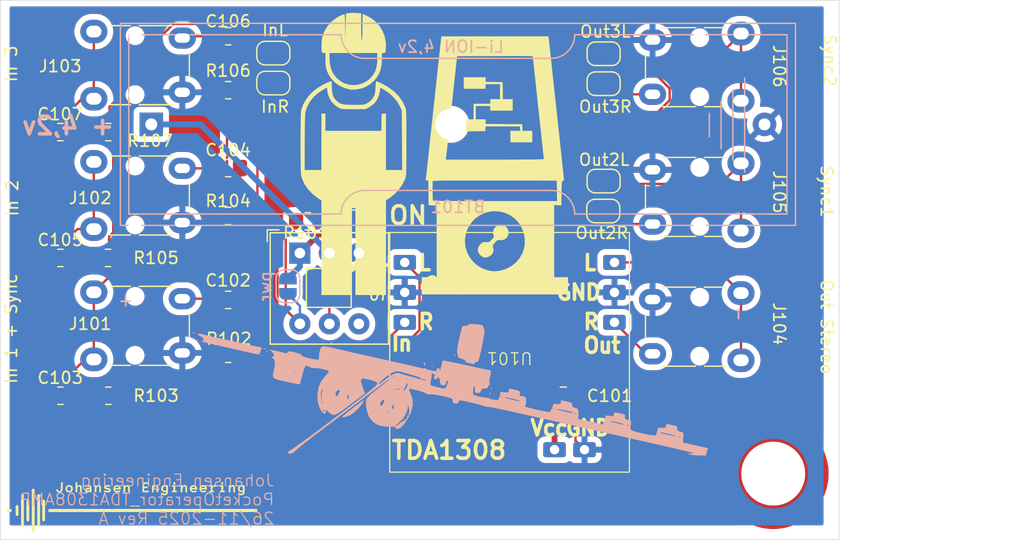
<source format=kicad_pcb>
(kicad_pcb (version 20241229) (generator "pcbnew") (generator_version "9.0")
  (layers (0 "F.Cu" signal) (2 "B.Cu" signal) (13 "F.Paste" user) (15 "B.Paste" user) (5 "F.SilkS" user "F.Silkscreen") (7 "B.SilkS" user "B.Silkscreen") (1 "F.Mask" user) (3 "B.Mask" user) (25 "Edge.Cuts" user))
  (net 0 "")
  (net 1 "+BATT")
  (net 2 "GND")
  (net 3 "In1R")
  (net 4 "Net-(C102-Pad2)")
  (net 5 "In1L")
  (net 6 "Net-(C103-Pad2)")
  (net 7 "Net-(C104-Pad2)")
  (net 8 "In2R")
  (net 9 "Net-(C105-Pad2)")
  (net 10 "In2L")
  (net 11 "In3R")
  (net 12 "Net-(C106-Pad2)")
  (net 13 "Net-(C107-Pad2)")
  (net 14 "In3L")
  (net 15 "Net-(D101-A)")
  (net 16 "Out2R")
  (net 17 "Net-(JP101-B)")
  (net 18 "Out2L")
  (net 19 "Net-(JP102-B)")
  (net 20 "Out3R")
  (net 21 "Out3L")
  (net 22 "+3V8")
  (net 23 "InR")
  (net 24 "InL")
  (net 25 "Out1L")
  (net 26 "Out1R")
  (net 27 "Net-(JP107-A)")
  (footprint "Connector_Audio:Jack_3.5mm_Lumberg_1503_07_Horizontal" (layer "F.Cu") (at 84.13 49.88 90)
    (property "Reference" "J102" (at 2.636 -0.31 0) (layer "F.SilkS"))
    (property "Value" "In 2" (at 2.636 -6.914 90) (layer "F.SilkS"))
    (pad "" np_thru_hole circle (at 0.35 3.5 90) (size 1.1 1.1) (drill 1.1) (layers "*.Cu" "*.Mask"))
    (pad "" np_thru_hole circle (at 5.35 3.5 90) (size 1.1 1.1) (drill 1.1) (layers "*.Cu" "*.Mask"))
    (pad "R" thru_hole oval (at 5.15 7.5 90) (size 1.8 2.3) (drill oval 0.8 1.3) (layers "*.Cu" "*.Mask") (net 8 "In2R"))
    (pad "S" thru_hole oval (at 0.55 7.5 90) (size 1.8 2.3) (drill oval 0.8 1.3) (layers "*.Cu" "*.Mask") (net 2 "GND"))
    (pad "T" thru_hole oval (at 0 0 90) (size 2 2.3) (drill oval 1 1.3) (layers "*.Cu" "*.Mask") (net 10 "In2L"))
    (pad "T" thru_hole oval (at 5.7 0 90) (size 2 2.3) (drill oval 1 1.3) (layers "*.Cu" "*.Mask") (net 10 "In2L"))
  )
  (footprint "Connector_Audio:Jack_3.5mm_Lumberg_1503_07_Horizontal" (layer "F.Cu") (at 139 44.3 -90)
    (property "Reference" "J105" (at 2.436 -3.24 270) (layer "F.SilkS"))
    (property "Value" "Sync1" (at 2.3876 -7.2644 270) (layer "F.SilkS"))
    (pad "" np_thru_hole circle (at 0.35 3.5 270) (size 1.1 1.1) (drill 1.1) (layers "*.Cu" "*.Mask"))
    (pad "" np_thru_hole circle (at 5.35 3.5 270) (size 1.1 1.1) (drill 1.1) (layers "*.Cu" "*.Mask"))
    (pad "R" thru_hole oval (at 5.15 7.5 270) (size 1.8 2.3) (drill oval 0.8 1.3) (layers "*.Cu" "*.Mask") (net 16 "Out2R"))
    (pad "S" thru_hole oval (at 0.55 7.5 270) (size 1.8 2.3) (drill oval 0.8 1.3) (layers "*.Cu" "*.Mask") (net 2 "GND"))
    (pad "T" thru_hole oval (at 0 0 270) (size 2 2.3) (drill oval 1 1.3) (layers "*.Cu" "*.Mask") (net 18 "Out2L"))
    (pad "T" thru_hole oval (at 5.7 0 270) (size 2 2.3) (drill oval 1 1.3) (layers "*.Cu" "*.Mask") (net 18 "Out2L"))
  )
  (footprint "Jumper:SolderJumper-2_P1.3mm_Bridged_RoundedPad1.0x1.5mm" (layer "F.Cu") (at 127.35 45.807432 180)
    (property "Reference" "JP102")
    (property "Value" "Out2L" (at -0.05 1.807432 0) (layer "F.SilkS"))
    (fp_poly (pts (xy 0.25 -0.3) (xy -0.25 -0.3) (xy -0.25 0.3) (xy 0.25 0.3)) (fill yes) (layer "F.Cu"))
    (pad "1" smd custom (at -0.65 0 180) (size 1 0.5) (layers "F.Cu" "F.Mask") (net 18 "Out2L") (options (clearance outline) (anchor rect)) (primitives (gr_circle (center 0 0.25) (end 0.5 0.25) (width 0) (fill yes)) (gr_circle (center 0 -0.25) (end 0.5 -0.25) (width 0) (fill yes)) (gr_poly (pts (xy 0.5 0.75) (xy 0 0.75) (xy 0 -0.75) (xy 0.5 -0.75)) (width 0) (fill yes))))
    (pad "2" smd custom (at 0.65 0 180) (size 1 0.5) (layers "F.Cu" "F.Mask") (net 19 "Net-(JP102-B)") (options (clearance outline) (anchor rect)) (primitives (gr_circle (center 0 0.25) (end 0.5 0.25) (width 0) (fill yes)) (gr_circle (center 0 -0.25) (end 0.5 -0.25) (width 0) (fill yes)) (gr_poly (pts (xy 0 0.75) (xy -0.5 0.75) (xy -0.5 -0.75) (xy 0 -0.75)) (width 0) (fill yes))))
  )
  (footprint "Connector_Audio:Jack_3.5mm_Lumberg_1503_07_Horizontal" (layer "F.Cu") (at 84.13 60.93 90)
    (property "Reference" "J101" (at 3.018 -0.31 0) (layer "F.SilkS"))
    (property "Value" "In 1 + Sync" (at 2.6116 -7.0156 90) (layer "F.SilkS"))
    (pad "" np_thru_hole circle (at 0.35 3.5 90) (size 1.1 1.1) (drill 1.1) (layers "*.Cu" "*.Mask"))
    (pad "" np_thru_hole circle (at 5.35 3.5 90) (size 1.1 1.1) (drill 1.1) (layers "*.Cu" "*.Mask"))
    (pad "R" thru_hole oval (at 5.15 7.5 90) (size 1.8 2.3) (drill oval 0.8 1.3) (layers "*.Cu" "*.Mask") (net 3 "In1R"))
    (pad "S" thru_hole oval (at 0.55 7.5 90) (size 1.8 2.3) (drill oval 0.8 1.3) (layers "*.Cu" "*.Mask") (net 2 "GND"))
    (pad "T" thru_hole oval (at 0 0 90) (size 2 2.3) (drill oval 1 1.3) (layers "*.Cu" "*.Mask") (net 5 "In1L"))
    (pad "T" thru_hole oval (at 5.7 0 90) (size 2 2.3) (drill oval 1 1.3) (layers "*.Cu" "*.Mask") (net 5 "In1L"))
  )
  (footprint "Resistor_SMD:R_0805_2012Metric_Pad1.20x1.40mm_HandSolder" (layer "F.Cu") (at 85.328 52.324)
    (property "Reference" "R105" (at 4.08 0 0) (layer "F.SilkS"))
    (property "Value" "10k")
    (pad "1" smd roundrect (at -1 0) (size 1.2 1.4) (layers "F.Cu" "F.Mask" "F.Paste") (roundrect_rratio 0.208333) (net 9 "Net-(C105-Pad2)"))
    (pad "2" smd roundrect (at 1 0) (size 1.2 1.4) (layers "F.Cu" "F.Mask" "F.Paste") (roundrect_rratio 0.208333) (net 24 "InL"))
  )
  (footprint "Jumper:SolderJumper-2_P1.3mm_Open_RoundedPad1.0x1.5mm" (layer "F.Cu") (at 99.35 37.5 180)
    (property "Reference" "JP106")
    (property "Value" "InR" (at -0.15 -2 0) (layer "F.SilkS"))
    (pad "1" smd custom (at -0.65 0 180) (size 1 0.5) (layers "F.Cu" "F.Mask") (net 17 "Net-(JP101-B)") (options (clearance outline) (anchor rect)) (primitives (gr_circle (center 0 0.25) (end 0.5 0.25) (width 0) (fill yes)) (gr_circle (center 0 -0.25) (end 0.5 -0.25) (width 0) (fill yes)) (gr_poly (pts (xy 0.5 0.75) (xy 0 0.75) (xy 0 -0.75) (xy 0.5 -0.75)) (width 0) (fill yes))))
    (pad "2" smd custom (at 0.65 0 180) (size 1 0.5) (layers "F.Cu" "F.Mask") (net 3 "In1R") (options (clearance outline) (anchor rect)) (primitives (gr_circle (center 0 0.25) (end 0.5 0.25) (width 0) (fill yes)) (gr_circle (center 0 -0.25) (end 0.5 -0.25) (width 0) (fill yes)) (gr_poly (pts (xy 0 0.75) (xy -0.5 0.75) (xy -0.5 -0.75) (xy 0 -0.75)) (width 0) (fill yes))))
  )
  (footprint "Connector_Audio:Jack_3.5mm_Lumberg_1503_07_Horizontal" (layer "F.Cu") (at 139 33.3 -90)
    (property "Reference" "J106" (at 2.768 -3.24 270) (layer "F.SilkS"))
    (property "Value" "Sync2" (at 2.2596 -7.5184 270) (layer "F.SilkS"))
    (pad "" np_thru_hole circle (at 0.35 3.5 270) (size 1.1 1.1) (drill 1.1) (layers "*.Cu" "*.Mask"))
    (pad "" np_thru_hole circle (at 5.35 3.5 270) (size 1.1 1.1) (drill 1.1) (layers "*.Cu" "*.Mask"))
    (pad "R" thru_hole oval (at 5.15 7.5 270) (size 1.8 2.3) (drill oval 0.8 1.3) (layers "*.Cu" "*.Mask") (net 20 "Out3R"))
    (pad "S" thru_hole oval (at 0.55 7.5 270) (size 1.8 2.3) (drill oval 0.8 1.3) (layers "*.Cu" "*.Mask") (net 2 "GND"))
    (pad "T" thru_hole oval (at 0 0 270) (size 2 2.3) (drill oval 1 1.3) (layers "*.Cu" "*.Mask") (net 21 "Out3L"))
    (pad "T" thru_hole oval (at 5.7 0 270) (size 2 2.3) (drill oval 1 1.3) (layers "*.Cu" "*.Mask") (net 21 "Out3L"))
  )
  (footprint "Resistor_SMD:R_0805_2012Metric_Pad1.20x1.40mm_HandSolder" (layer "F.Cu") (at 81.296 64.008)
    (property "Reference" "C103" (at -0.016 -1.524 0) (layer "F.SilkS"))
    (property "Value" "10u")
    (pad "1" smd roundrect (at -1 0) (size 1.2 1.4) (layers "F.Cu" "F.Mask" "F.Paste") (roundrect_rratio 0.208333) (net 5 "In1L"))
    (pad "2" smd roundrect (at 1 0) (size 1.2 1.4) (layers "F.Cu" "F.Mask" "F.Paste") (roundrect_rratio 0.208333) (net 6 "Net-(C103-Pad2)"))
  )
  (footprint "AJ_2025_Library:TDA1308_PCB" (layer "F.Cu") (at 119.38 60.325 180)
    (property "Reference" "U101" (at 0 -0.5 180) (layer "F.SilkS") (effects (font (thickness 0.1))))
    (property "Value" "~")
    (fp_text user "L" (at 7.88 6.825 0) (layer "F.SilkS") (effects (font (size 1.3 1.2) (thickness 0.3) (bold yes)) (justify left bottom)))
    (fp_text user "GND" (at -4.62 -7.175 0) (layer "F.SilkS") (effects (font (size 1.3 1.2) (thickness 0.3) (bold yes)) (justify left bottom)))
    (fp_text user "GND" (at 7.454615 4.906539 0) (layer "F.SilkS") (effects (font (size 1.3 1.2) (thickness 0.3) (bold yes)) (justify left bottom)))
    (fp_text user "L" (at -6.12 6.825 0) (layer "F.SilkS") (effects (font (size 1.3 1.2) (thickness 0.3) (bold yes)) (justify left bottom)))
    (fp_text user "In" (at 10.16 0 0) (layer "F.SilkS") (effects (font (size 1.3 1.2) (thickness 0.3) (bold yes)) (justify left bottom)))
    (fp_text user "TDA1308" (at 10.16 -9.175 0) (layer "F.SilkS") (effects (font (size 1.5 1.5) (thickness 0.3) (bold yes)) (justify left bottom)))
    (fp_text user "R" (at 7.88 1.825 0) (layer "F.SilkS") (effects (font (size 1.3 1.2) (thickness 0.3) (bold yes)) (justify left bottom)))
    (fp_text user "GND" (at -3.82 4.325 0) (layer "F.SilkS") (effects (font (size 1.3 1.2) (thickness 0.3) (bold yes)) (justify left bottom)))
    (fp_text user "R" (at -6.12 1.825 0) (layer "F.SilkS") (effects (font (size 1.3 1.2) (thickness 0.3) (bold yes)) (justify left bottom)))
    (fp_text user "Out" (at -6.12 -0.175 0) (layer "F.SilkS") (effects (font (size 1.3 1.2) (thickness 0.3) (bold yes)) (justify left bottom)))
    (fp_text user "Vcc" (at -1.62 -7.175 0) (layer "F.SilkS") (effects (font (size 1.3 1.2) (thickness 0.3) (bold yes)) (justify left bottom)))
    (pad "1" thru_hole roundrect (at -8.89 7.62 180) (size 1.905 1.27) (drill 0.8) (layers "*.Cu" "*.Mask") (roundrect_rratio 0.15) (net 25 "Out1L"))
    (pad "2" thru_hole roundrect (at -8.89 5.08 180) (size 1.905 1.27) (drill 0.8) (layers "*.Cu" "*.Mask") (roundrect_rratio 0.15) (net 2 "GND"))
    (pad "3" thru_hole roundrect (at -8.89 2.54 180) (size 1.905 1.27) (drill 0.8) (layers "*.Cu" "*.Mask") (roundrect_rratio 0.15) (net 26 "Out1R"))
    (pad "4" thru_hole roundrect (at 8.89 7.62 180) (size 1.905 1.27) (drill 0.8) (layers "*.Cu" "*.Mask") (roundrect_rratio 0.15) (net 24 "InL"))
    (pad "5" thru_hole roundrect (at 8.89 5.08 180) (size 1.905 1.27) (drill 0.8) (layers "*.Cu" "*.Mask") (roundrect_rratio 0.15) (net 2 "GND"))
    (pad "6" thru_hole roundrect (at 8.89 2.54 180) (size 1.905 1.27) (drill 0.8) (layers "*.Cu" "*.Mask") (roundrect_rratio 0.15) (net 23 "InR"))
    (pad "7" thru_hole roundrect (at -6.35 -8.255 180) (size 1.905 1.27) (drill 0.8) (layers "*.Cu" "*.Mask") (roundrect_rratio 0.15) (net 2 "GND"))
    (pad "8" thru_hole roundrect (at -3.81 -8.255 180) (size 1.905 1.27) (drill 0.8) (layers "*.Cu" "*.Mask") (roundrect_rratio 0.15) (net 22 "+3V8"))
  )
  (footprint "Button_Switch_THT:SW_Push_2P2T_Toggle_CK_PVA2OAH5xxxxxxV2" (layer "F.Cu") (at 101.6 51.912)
    (property "Reference" "SW102" (at 6.6 1.688 90) (layer "F.SilkS"))
    (property "Value" "SW_Push_DPDT")
    (pad "1" thru_hole rect (at 0 0) (size 1.8 1.8) (drill 0.9) (layers "*.Cu" "*.Mask") (net 22 "+3V8"))
    (pad "2" thru_hole circle (at 2.5 0) (size 1.8 1.8) (drill 0.9) (layers "*.Cu" "*.Mask") (net 1 "+BATT"))
    (pad "3" thru_hole circle (at 5 0) (size 1.8 1.8) (drill 0.9) (layers "*.Cu" "*.Mask"))
    (pad "4" thru_hole circle (at 0 6) (size 1.8 1.8) (drill 0.9) (layers "*.Cu" "*.Mask") (net 27 "Net-(JP107-A)"))
    (pad "5" thru_hole circle (at 2.5 6) (size 1.8 1.8) (drill 0.9) (layers "*.Cu" "*.Mask") (net 1 "+BATT"))
    (pad "6" thru_hole circle (at 5 6) (size 1.8 1.8) (drill 0.9) (layers "*.Cu" "*.Mask"))
  )
  (footprint "Mounting_Wuerth:Mounting_Wuerth_WA-SMST-4.5mm_H2mm_9774020982" (layer "F.Cu") (at 141.732 70.612)
    (property "Reference" "REF**" (at 0 0 0) (layer "F.SilkS"))
    (property "Value" "Mounting_Wuerth_WA-SMST-4.5mm_H2mm_9774020982")
    (pad "" np_thru_hole circle (at 0 0) (size 5.4 5.4) (drill 5.4) (layers "*.Cu" "*.Mask"))
    (pad "1" smd circle (at -3.7 0) (size 1.492 1.492) (layers "F.Cu"))
    (pad "1" smd circle (at 0 -3.7) (size 1.492 1.492) (layers "F.Cu"))
    (pad "1" smd circle (at 0 3.7) (size 1.492 1.492) (layers "F.Cu"))
    (pad "1" smd custom (at 3.7 0) (size 2 2) (layers "F.Cu" "F.Mask") (options (clearance outline) (anchor circle)) (primitives (gr_circle (center -3.7 0) (end 0 0) (width 2) (fill no))))
  )
  (footprint "Resistor_SMD:R_0805_2012Metric_Pad1.20x1.40mm_HandSolder" (layer "F.Cu") (at 95.52 33.528)
    (property "Reference" "C106" (at 0 -1.27 0) (layer "F.SilkS"))
    (property "Value" "10u")
    (pad "1" smd roundrect (at -1 0) (size 1.2 1.4) (layers "F.Cu" "F.Mask" "F.Paste") (roundrect_rratio 0.208333) (net 11 "In3R"))
    (pad "2" smd roundrect (at 1 0) (size 1.2 1.4) (layers "F.Cu" "F.Mask" "F.Paste") (roundrect_rratio 0.208333) (net 12 "Net-(C106-Pad2)"))
  )
  (footprint "Resistor_SMD:R_0805_2012Metric_Pad1.20x1.40mm_HandSolder" (layer "F.Cu") (at 95.52 55.88)
    (property "Reference" "C102" (at 0 -1.65 0) (layer "F.SilkS"))
    (property "Value" "10u")
    (pad "1" smd roundrect (at -1 0) (size 1.2 1.4) (layers "F.Cu" "F.Mask" "F.Paste") (roundrect_rratio 0.208333) (net 3 "In1R"))
    (pad "2" smd roundrect (at 1 0) (size 1.2 1.4) (layers "F.Cu" "F.Mask" "F.Paste") (roundrect_rratio 0.208333) (net 4 "Net-(C102-Pad2)"))
  )
  (footprint "Resistor_SMD:R_0805_2012Metric_Pad1.20x1.40mm_HandSolder" (layer "F.Cu") (at 81.296 41.656)
    (property "Reference" "C107" (at -0.016 -1.524 0) (layer "F.SilkS"))
    (property "Value" "10u")
    (pad "1" smd roundrect (at -1 0) (size 1.2 1.4) (layers "F.Cu" "F.Mask" "F.Paste") (roundrect_rratio 0.208333) (net 14 "In3L"))
    (pad "2" smd roundrect (at 1 0) (size 1.2 1.4) (layers "F.Cu" "F.Mask" "F.Paste") (roundrect_rratio 0.208333) (net 13 "Net-(C107-Pad2)"))
  )
  (footprint "AJ_2025_Library:Johansen_engineering_logo_25mm_front_neg5" (layer "F.Cu") (at 87.376 73.66)
    (property "Reference" "G***" (hide yes))
    (property "Value" "LOGO" (hide yes))
  )
  (footprint "Resistor_SMD:R_0805_2012Metric_Pad1.20x1.40mm_HandSolder" (layer "F.Cu") (at 95.52 48.768)
    (property "Reference" "R104" (at 0 -1.27 0) (layer "F.SilkS"))
    (property "Value" "10k")
    (pad "1" smd roundrect (at -1 0) (size 1.2 1.4) (layers "F.Cu" "F.Mask" "F.Paste") (roundrect_rratio 0.208333) (net 7 "Net-(C104-Pad2)"))
    (pad "2" smd roundrect (at 1 0) (size 1.2 1.4) (layers "F.Cu" "F.Mask" "F.Paste") (roundrect_rratio 0.208333) (net 23 "InR"))
  )
  (footprint "Resistor_SMD:R_0805_2012Metric_Pad1.20x1.40mm_HandSolder" (layer "F.Cu") (at 85.36 41.656)
    (property "Reference" "R107" (at 3.54 0.735 0) (layer "F.SilkS"))
    (property "Value" "10k")
    (pad "1" smd roundrect (at -1 0) (size 1.2 1.4) (layers "F.Cu" "F.Mask" "F.Paste") (roundrect_rratio 0.208333) (net 13 "Net-(C107-Pad2)"))
    (pad "2" smd roundrect (at 1 0) (size 1.2 1.4) (layers "F.Cu" "F.Mask" "F.Paste") (roundrect_rratio 0.208333) (net 24 "InL"))
  )
  (footprint "Resistor_SMD:R_0805_2012Metric_Pad1.20x1.40mm_HandSolder" (layer "F.Cu") (at 85.36 64.008)
    (property "Reference" "R103" (at 4.048 0 0) (layer "F.SilkS"))
    (property "Value" "10k")
    (pad "1" smd roundrect (at -1 0) (size 1.2 1.4) (layers "F.Cu" "F.Mask" "F.Paste") (roundrect_rratio 0.208333) (net 6 "Net-(C103-Pad2)"))
    (pad "2" smd roundrect (at 1 0) (size 1.2 1.4) (layers "F.Cu" "F.Mask" "F.Paste") (roundrect_rratio 0.208333) (net 24 "InL"))
  )
  (footprint "Jumper:SolderJumper-2_P1.3mm_Bridged_RoundedPad1.0x1.5mm" (layer "F.Cu") (at 127.32 48.347432 180)
    (property "Reference" "JP101")
    (property "Value" "Out2R" (at 0.12 -1.852568 0) (layer "F.SilkS"))
    (fp_poly (pts (xy 0.25 -0.3) (xy -0.25 -0.3) (xy -0.25 0.3) (xy 0.25 0.3)) (fill yes) (layer "F.Cu"))
    (pad "1" smd custom (at -0.65 0 180) (size 1 0.5) (layers "F.Cu" "F.Mask") (net 16 "Out2R") (options (clearance outline) (anchor rect)) (primitives (gr_circle (center 0 0.25) (end 0.5 0.25) (width 0) (fill yes)) (gr_circle (center 0 -0.25) (end 0.5 -0.25) (width 0) (fill yes)) (gr_poly (pts (xy 0.5 0.75) (xy 0 0.75) (xy 0 -0.75) (xy 0.5 -0.75)) (width 0) (fill yes))))
    (pad "2" smd custom (at 0.65 0 180) (size 1 0.5) (layers "F.Cu" "F.Mask") (net 17 "Net-(JP101-B)") (options (clearance outline) (anchor rect)) (primitives (gr_circle (center 0 0.25) (end 0.5 0.25) (width 0) (fill yes)) (gr_circle (center 0 -0.25) (end 0.5 -0.25) (width 0) (fill yes)) (gr_poly (pts (xy 0 0.75) (xy -0.5 0.75) (xy -0.5 -0.75) (xy 0 -0.75)) (width 0) (fill yes))))
  )
  (footprint "Jumper:SolderJumper-2_P1.3mm_Bridged_RoundedPad1.0x1.5mm" (layer "F.Cu") (at 127.35 35.012432 180)
    (property "Reference" "JP104")
    (property "Value" "Out3L" (at -0.15 1.885422 0) (layer "F.SilkS"))
    (fp_poly (pts (xy 0.25 -0.3) (xy -0.25 -0.3) (xy -0.25 0.3) (xy 0.25 0.3)) (fill yes) (layer "F.Cu"))
    (pad "1" smd custom (at -0.65 0 180) (size 1 0.5) (layers "F.Cu" "F.Mask") (net 21 "Out3L") (options (clearance outline) (anchor rect)) (primitives (gr_circle (center 0 0.25) (end 0.5 0.25) (width 0) (fill yes)) (gr_circle (center 0 -0.25) (end 0.5 -0.25) (width 0) (fill yes)) (gr_poly (pts (xy 0.5 0.75) (xy 0 0.75) (xy 0 -0.75) (xy 0.5 -0.75)) (width 0) (fill yes))))
    (pad "2" smd custom (at 0.65 0 180) (size 1 0.5) (layers "F.Cu" "F.Mask") (net 19 "Net-(JP102-B)") (options (clearance outline) (anchor rect)) (primitives (gr_circle (center 0 0.25) (end 0.5 0.25) (width 0) (fill yes)) (gr_circle (center 0 -0.25) (end 0.5 -0.25) (width 0) (fill yes)) (gr_poly (pts (xy 0 0.75) (xy -0.5 0.75) (xy -0.5 -0.75) (xy 0 -0.75)) (width 0) (fill yes))))
  )
  (footprint "Connector_Audio:Jack_3.5mm_Lumberg_1503_07_Horizontal" (layer "F.Cu") (at 139 55.3 -90)
    (property "Reference" "J104" (at 2.612 -3.24 270) (layer "F.SilkS"))
    (property "Value" "Out Stereo" (at 2.8712 -7.2644 270) (layer "F.SilkS"))
    (pad "" np_thru_hole circle (at 0.35 3.5 270) (size 1.1 1.1) (drill 1.1) (layers "*.Cu" "*.Mask"))
    (pad "" np_thru_hole circle (at 5.35 3.5 270) (size 1.1 1.1) (drill 1.1) (layers "*.Cu" "*.Mask"))
    (pad "R" thru_hole oval (at 5.15 7.5 270) (size 1.8 2.3) (drill oval 0.8 1.3) (layers "*.Cu" "*.Mask") (net 26 "Out1R"))
    (pad "S" thru_hole oval (at 0.55 7.5 270) (size 1.8 2.3) (drill oval 0.8 1.3) (layers "*.Cu" "*.Mask") (net 2 "GND"))
    (pad "T" thru_hole oval (at 0 0 270) (size 2 2.3) (drill oval 1 1.3) (layers "*.Cu" "*.Mask") (net 25 "Out1L"))
    (pad "T" thru_hole oval (at 5.7 0 270) (size 2 2.3) (drill oval 1 1.3) (layers "*.Cu" "*.Mask") (net 25 "Out1L"))
  )
  (footprint "Capacitor_SMD:C_0805_2012Metric_Pad1.18x1.45mm_HandSolder" (layer "F.Cu") (at 123.9305 64.008)
    (property "Reference" "C101" (at 3.9305 0.008 0) (layer "F.SilkS"))
    (property "Value" "1u")
    (pad "1" smd roundrect (at -1.0375 0) (size 1.175 1.45) (layers "F.Cu" "F.Mask" "F.Paste") (roundrect_rratio 0.212766) (net 22 "+3V8"))
    (pad "2" smd roundrect (at 1.0375 0) (size 1.175 1.45) (layers "F.Cu" "F.Mask" "F.Paste") (roundrect_rratio 0.212766) (net 2 "GND"))
  )
  (footprint "Resistor_SMD:R_0805_2012Metric_Pad1.20x1.40mm_HandSolder" (layer "F.Cu") (at 102.2753 49.2175)
    (property "Reference" "R101" (at -0.1673 0.9745 0) (layer "F.SilkS"))
    (property "Value" "1k")
    (pad "1" smd roundrect (at -1 0) (size 1.2 1.4) (layers "F.Cu" "F.Mask" "F.Paste") (roundrect_rratio 0.208333) (net 27 "Net-(JP107-A)"))
    (pad "2" smd roundrect (at 1 0) (size 1.2 1.4) (layers "F.Cu" "F.Mask" "F.Paste") (roundrect_rratio 0.208333) (net 15 "Net-(D101-A)"))
  )
  (footprint "Resistor_SMD:R_0805_2012Metric_Pad1.20x1.40mm_HandSolder" (layer "F.Cu") (at 81.296 52.324)
    (property "Reference" "C105" (at -0.016 -1.524 0) (layer "F.SilkS"))
    (property "Value" "10u")
    (pad "1" smd roundrect (at -1 0) (size 1.2 1.4) (layers "F.Cu" "F.Mask" "F.Paste") (roundrect_rratio 0.208333) (net 10 "In2L"))
    (pad "2" smd roundrect (at 1 0) (size 1.2 1.4) (layers "F.Cu" "F.Mask" "F.Paste") (roundrect_rratio 0.208333) (net 9 "Net-(C105-Pad2)"))
  )
  (footprint "Resistor_SMD:R_0805_2012Metric_Pad1.20x1.40mm_HandSolder" (layer "F.Cu") (at 95.52 60.452)
    (property "Reference" "R102" (at 0.06 -1.27 0) (layer "F.SilkS"))
    (property "Value" "10k")
    (pad "1" smd roundrect (at -1 0) (size 1.2 1.4) (layers "F.Cu" "F.Mask" "F.Paste") (roundrect_rratio 0.208333) (net 4 "Net-(C102-Pad2)"))
    (pad "2" smd roundrect (at 1 0) (size 1.2 1.4) (layers "F.Cu" "F.Mask" "F.Paste") (roundrect_rratio 0.208333) (net 23 "InR"))
  )
  (footprint "Connector_Audio:Jack_3.5mm_Lumberg_1503_07_Horizontal" (layer "F.Cu") (at 84.13 38.83 90)
    (property "Reference" "J103" (at 2.762 -2.85 0) (layer "F.SilkS"))
    (property "Value" "In 3" (at 2.9652 -7.0156 90) (layer "F.SilkS"))
    (pad "" np_thru_hole circle (at 0.35 3.5 90) (size 1.1 1.1) (drill 1.1) (layers "*.Cu" "*.Mask"))
    (pad "" np_thru_hole circle (at 5.35 3.5 90) (size 1.1 1.1) (drill 1.1) (layers "*.Cu" "*.Mask"))
    (pad "R" thru_hole oval (at 5.15 7.5 90) (size 1.8 2.3) (drill oval 0.8 1.3) (layers "*.Cu" "*.Mask") (net 11 "In3R"))
    (pad "S" thru_hole oval (at 0.55 7.5 90) (size 1.8 2.3) (drill oval 0.8 1.3) (layers "*.Cu" "*.Mask") (net 2 "GND"))
    (pad "T" thru_hole oval (at 0 0 90) (size 2 2.3) (drill oval 1 1.3) (layers "*.Cu" "*.Mask") (net 14 "In3L"))
    (pad "T" thru_hole oval (at 5.7 0 90) (size 2 2.3) (drill oval 1 1.3) (layers "*.Cu" "*.Mask") (net 14 "In3L"))
  )
  (footprint "AJ_2025_Library:OPERATOR_25mm" (layer "F.Cu") (at 113 43.5)
    (property "Reference" "G***" (at -6.318 10.032 0) (layer "F.SilkS") (effects (font (size 1.5 1.5) (thickness 0.3))))
    (property "Value" "LOGO" (hide yes))
  )
  (footprint "Resistor_SMD:R_0805_2012Metric_Pad1.20x1.40mm_HandSolder" (layer "F.Cu") (at 95.52 44.704)
    (property "Reference" "C104" (at -0.016 -1.524 0) (layer "F.SilkS"))
    (property "Value" "10u")
    (pad "1" smd roundrect (at -1 0) (size 1.2 1.4) (layers "F.Cu" "F.Mask" "F.Paste") (roundrect_rratio 0.208333) (net 8 "In2R"))
    (pad "2" smd roundrect (at 1 0) (size 1.2 1.4) (layers "F.Cu" "F.Mask" "F.Paste") (roundrect_rratio 0.208333) (net 7 "Net-(C104-Pad2)"))
  )
  (footprint "Jumper:SolderJumper-2_P1.3mm_Open_RoundedPad1.0x1.5mm" (layer "F.Cu") (at 99.35 34.96 180)
    (property "Reference" "JP105")
    (property "Value" "InL" (at -0.15 1.96 0) (layer "F.SilkS"))
    (pad "1" smd custom (at -0.65 0 180) (size 1 0.5) (layers "F.Cu" "F.Mask") (net 19 "Net-(JP102-B)") (options (clearance outline) (anchor rect)) (primitives (gr_circle (center 0 0.25) (end 0.5 0.25) (width 0) (fill yes)) (gr_circle (center 0 -0.25) (end 0.5 -0.25) (width 0) (fill yes)) (gr_poly (pts (xy 0.5 0.75) (xy 0 0.75) (xy 0 -0.75) (xy 0.5 -0.75)) (width 0) (fill yes))))
    (pad "2" smd custom (at 0.65 0 180) (size 1 0.5) (layers "F.Cu" "F.Mask") (net 5 "In1L") (options (clearance outline) (anchor rect)) (primitives (gr_circle (center 0 0.25) (end 0.5 0.25) (width 0) (fill yes)) (gr_circle (center 0 -0.25) (end 0.5 -0.25) (width 0) (fill yes)) (gr_poly (pts (xy 0 0.75) (xy -0.5 0.75) (xy -0.5 -0.75) (xy 0 -0.75)) (width 0) (fill yes))))
  )
  (footprint "LED_SMD:LED_0805_2012Metric_Pad1.15x1.40mm_HandSolder" (layer "F.Cu") (at 106.0603 49.2175 180)
    (property "Reference" "D101" (at -0.1117 -0.96 0) (layer "F.SilkS"))
    (property "Value" "LED")
    (pad "1" smd roundrect (at -1.025 0 180) (size 1.15 1.4) (layers "F.Cu" "F.Mask" "F.Paste") (roundrect_rratio 0.217391) (net 2 "GND"))
    (pad "2" smd roundrect (at 1.025 0 180) (size 1.15 1.4) (layers "F.Cu" "F.Mask" "F.Paste") (roundrect_rratio 0.217391) (net 15 "Net-(D101-A)"))
  )
  (footprint "Jumper:SolderJumper-2_P1.3mm_Bridged_RoundedPad1.0x1.5mm" (layer "F.Cu") (at 127.35 37.552432 180)
    (property "Reference" "JP103")
    (property "Value" "Out3R" (at -0.15 -1.947568 0) (layer "F.SilkS"))
    (fp_poly (pts (xy 0.25 -0.3) (xy -0.25 -0.3) (xy -0.25 0.3) (xy 0.25 0.3)) (fill yes) (layer "F.Cu"))
    (pad "1" smd custom (at -0.65 0 180) (size 1 0.5) (layers "F.Cu" "F.Mask") (net 20 "Out3R") (options (clearance outline) (anchor rect)) (primitives (gr_circle (center 0 0.25) (end 0.5 0.25) (width 0) (fill yes)) (gr_circle (center 0 -0.25) (end 0.5 -0.25) (width 0) (fill yes)) (gr_poly (pts (xy 0.5 0.75) (xy 0 0.75) (xy 0 -0.75) (xy 0.5 -0.75)) (width 0) (fill yes))))
    (pad "2" smd custom (at 0.65 0 180) (size 1 0.5) (layers "F.Cu" "F.Mask") (net 17 "Net-(JP101-B)") (options (clearance outline) (anchor rect)) (primitives (gr_circle (center 0 0.25) (end 0.5 0.25) (width 0) (fill yes)) (gr_circle (center 0 -0.25) (end 0.5 -0.25) (width 0) (fill yes)) (gr_poly (pts (xy 0 0.75) (xy -0.5 0.75) (xy -0.5 -0.75) (xy 0 -0.75)) (width 0) (fill yes))))
  )
  (footprint "Resistor_SMD:R_0805_2012Metric_Pad1.20x1.40mm_HandSolder" (layer "F.Cu") (at 95.52 38.1)
    (property "Reference" "R106" (at 0 -1.65 0) (layer "F.SilkS"))
    (property "Value" "10k")
    (pad "1" smd roundrect (at -1 0) (size 1.2 1.4) (layers "F.Cu" "F.Mask" "F.Paste") (roundrect_rratio 0.208333) (net 12 "Net-(C106-Pad2)"))
    (pad "2" smd roundrect (at 1 0) (size 1.2 1.4) (layers "F.Cu" "F.Mask" "F.Paste") (roundrect_rratio 0.208333) (net 23 "InR"))
  )
  (footprint "Jumper:SolderJumper-2_P1.3mm_Open_RoundedPad1.0x1.5mm" (layer "B.Cu") (at 100.584 54.722 90)
    (property "Reference" "JP107")
    (property "Value" "pwr" (at 0 -1.9 90) (layer "B.SilkS") (effects (justify mirror)))
    (pad "1" smd custom (at -0.65 0 90) (size 1 0.5) (layers "B.Cu" "B.Mask") (net 27 "Net-(JP107-A)") (options (clearance outline) (anchor rect)) (primitives (gr_circle (center 0 -0.25) (end 0.5 -0.25) (width 0) (fill yes)) (gr_circle (center 0 0.25) (end 0.5 0.25) (width 0) (fill yes)) (gr_poly (pts (xy 0.5 -0.75) (xy 0 -0.75) (xy 0 0.75) (xy 0.5 0.75)) (width 0) (fill yes))))
    (pad "2" smd custom (at 0.65 0 90) (size 1 0.5) (layers "B.Cu" "B.Mask") (net 22 "+3V8") (options (clearance outline) (anchor rect)) (primitives (gr_circle (center 0 -0.25) (end 0.5 -0.25) (width 0) (fill yes)) (gr_circle (center 0 0.25) (end 0.5 0.25) (width 0) (fill yes)) (gr_poly (pts (xy 0 -0.75) (xy -0.5 -0.75) (xy -0.5 0.75) (xy 0 0.75)) (width 0) (fill yes))))
  )
  (footprint "AJ_2025_Library:TE_Side_45mm" (layer "B.Cu") (at 114.074009 62.6405 180)
    (property "Reference" "G***" (at 0 0 0) (layer "B.SilkS") (effects (font (size 1.5 1.5) (thickness 0.3)) (justify mirror)))
    (property "Value" "LOGO" (hide yes))
  )
  (footprint "AJ_2025_Library:BatteryHolder_1xAA" (layer "B.Cu") (at 89 41)
    (property "Reference" "BT101" (at 26 7 0) (layer "B.SilkS") (effects (justify mirror)))
    (property "Value" "Battery")
    (fp_text user "+" (at -2.24 15 -90) (layer "B.SilkS") (effects (justify mirror)))
    (fp_text user "-" (at 49.71 16.08 90) (layer "B.SilkS") (effects (justify mirror)))
    (pad "" np_thru_hole circle (at 25.4 0) (size 2.64 2.64) (drill 2.64) (layers "*.Cu" "*.Mask"))
    (pad "1" thru_hole rect (at 0 0 180) (size 2 2) (drill 1.02) (layers "*.Cu" "*.Mask") (net 1 "+BATT"))
    (pad "2" thru_hole circle (at 51.99 0 180) (size 2 2) (drill 1.02) (layers "*.Cu" "*.Mask") (net 2 "GND"))
  )
  (gr_line (start 147.32 76.2) (end 76.2 76.2) (stroke (width 0.05)) (layer "Edge.Cuts"))
  (gr_line (start 76.2 30.48) (end 147.32 30.48) (stroke (width 0.05)) (layer "Edge.Cuts"))
  (gr_line (start 76.2 76.2) (end 76.2 30.48) (stroke (width 0.05)) (layer "Edge.Cuts"))
  (gr_line (start 147.32 30.48) (end 147.32 76.2) (stroke (width 0.05)) (layer "Edge.Cuts"))
  (gr_text "ON" (at 109 49.6 0) (layer "F.SilkS") (effects (font (size 1.5 1.5) (thickness 0.3)) (justify left bottom)))
  (gr_text "+ 4,2v" (at 86 42 0) (layer "B.SilkS") (effects (font (size 1.5 1.5) (thickness 0.3) (bold yes)) (justify left bottom mirror)))
  (gr_text "Johansen Engineering\nPocketOperator_TDA1308AMP\n26/11-2025 Rev A" (at 99.5 75 0) (layer "B.SilkS") (effects (font (size 1 1) (thickness 0.1)) (justify left bottom mirror)))
  (gr_text "Li-ION 4,2v" (at 119 35 0) (layer "B.SilkS") (effects (font (size 1 1)) (justify left bottom mirror)))
  (segment (start 104.1 57.912) (end 104.1 51.912) (width 0.2) (layer "F.Cu") (net 1))
  (segment (start 104.1 51.912) (end 93.188 41) (width 0.5) (layer "B.Cu") (net 1))
  (segment (start 93.188 41) (end 89 41) (width 0.5) (layer "B.Cu") (net 1))
  (segment (start 124.968 67.818) (end 124.968 64.008) (width 0.2) (layer "F.Cu") (net 2))
  (segment (start 125.73 68.58) (end 124.968 67.818) (width 0.2) (layer "F.Cu") (net 2))
  (segment (start 98.238809 37.038809) (end 95.797031 37.038809) (width 0.2) (layer "F.Cu") (net 3))
  (segment (start 91.63 55.78) (end 94.42 55.78) (width 0.2) (layer "F.Cu") (net 3))
  (segment (start 95.421 37.41484) (end 95.421 46.28084) (width 0.2) (layer "F.Cu") (net 3))
  (segment (start 93.619 48.08284) (end 93.619 54.979) (width 0.2) (layer "F.Cu") (net 3))
  (segment (start 95.421 46.28084) (end 93.619 48.08284) (width 0.2) (layer "F.Cu") (net 3))
  (segment (start 94.42 55.78) (end 94.52 55.88) (width 0.2) (layer "F.Cu") (net 3))
  (segment (start 98.7 37.5) (end 98.238809 37.038809) (width 0.2) (layer "F.Cu") (net 3))
  (segment (start 93.619 54.979) (end 94.52 55.88) (width 0.2) (layer "F.Cu") (net 3))
  (segment (start 95.797031 37.038809) (end 95.421 37.41484) (width 0.2) (layer "F.Cu") (net 3))
  (segment (start 96.52 56.98) (end 94.52 58.98) (width 0.2) (layer "F.Cu") (net 4))
  (segment (start 96.52 55.88) (end 96.52 56.98) (width 0.2) (layer "F.Cu") (net 4))
  (segment (start 94.52 58.98) (end 94.52 60.452) (width 0.2) (layer "F.Cu") (net 4))
  (segment (start 85.77484 42.657) (end 85.459 42.34116) (width 0.2) (layer "F.Cu") (net 5))
  (segment (start 83.374 60.93) (end 80.296 64.008) (width 0.2) (layer "F.Cu") (net 5))
  (segment (start 98.7 34.12184) (end 98.7 34.96) (width 0.2) (layer "F.Cu") (net 5))
  (segment (start 85.459 39.490892) (end 86.729 38.220892) (width 0.2) (layer "F.Cu") (net 5))
  (segment (start 90.88253 32.479) (end 97.05716 32.479) (width 0.2) (layer "F.Cu") (net 5))
  (segment (start 97.05716 32.479) (end 98.7 34.12184) (width 0.2) (layer "F.Cu") (net 5))
  (segment (start 86.729 36.63253) (end 90.88253 32.479) (width 0.2) (layer "F.Cu") (net 5))
  (segment (start 84.13 55.23) (end 85.427 53.933) (width 0.2) (layer "F.Cu") (net 5))
  (segment (start 84.13 55.23) (end 84.13 60.93) (width 0.2) (layer "F.Cu") (net 5))
  (segment (start 85.427 53.933) (end 85.427 50.5) (width 0.2) (layer "F.Cu") (net 5))
  (segment (start 85.459 42.34116) (end 85.459 39.490892) (width 0.2) (layer "F.Cu") (net 5))
  (segment (start 85.427 50.5) (end 85.77484 50.15216) (width 0.2) (layer "F.Cu") (net 5))
  (segment (start 86.729 38.220892) (end 86.729 36.63253) (width 0.2) (layer "F.Cu") (net 5))
  (segment (start 84.13 60.93) (end 83.374 60.93) (width 0.2) (layer "F.Cu") (net 5))
  (segment (start 85.77484 50.15216) (end 85.77484 42.657) (width 0.2) (layer "F.Cu") (net 5))
  (segment (start 82.296 64.008) (end 84.36 64.008) (width 0.2) (layer "F.Cu") (net 6))
  (segment (start 94.52 47.874) (end 94.52 48.768) (width 0.2) (layer "F.Cu") (net 7))
  (segment (start 96.52 45.874) (end 94.52 47.874) (width 0.2) (layer "F.Cu") (net 7))
  (segment (start 96.52 44.704) (end 96.52 45.874) (width 0.2) (layer "F.Cu") (net 7))
  (segment (start 94.494 44.73) (end 94.52 44.704) (width 0.2) (layer "F.Cu") (net 8))
  (segment (start 91.63 44.73) (end 94.494 44.73) (width 0.2) (layer "F.Cu") (net 8))
  (segment (start 82.296 52.324) (end 84.328 52.324) (width 0.2) (layer "F.Cu") (net 9))
  (segment (start 82.74 49.88) (end 80.296 52.324) (width 0.2) (layer "F.Cu") (net 10))
  (segment (start 84.13 49.88) (end 82.74 49.88) (width 0.2) (layer "F.Cu") (net 10))
  (segment (start 84.13 44.18) (end 84.13 49.88) (width 0.2) (layer "F.Cu") (net 10))
  (segment (start 91.782 33.528) (end 91.63 33.68) (width 0.2) (layer "F.Cu") (net 11))
  (segment (start 94.52 33.528) (end 91.782 33.528) (width 0.2) (layer "F.Cu") (net 11))
  (segment (start 96.52 34.48) (end 94.52 36.48) (width 0.2) (layer "F.Cu") (net 12))
  (segment (start 94.52 36.48) (end 94.52 38.1) (width 0.2) (layer "F.Cu") (net 12))
  (segment (start 96.52 33.528) (end 96.52 34.48) (width 0.2) (layer "F.Cu") (net 12))
  (segment (start 82.296 41.656) (end 84.36 41.656) (width 0.2) (layer "F.Cu") (net 13))
  (segment (start 84.13 38.83) (end 83.122 38.83) (width 0.2) (layer "F.Cu") (net 14))
  (segment (start 84.13 33.13) (end 84.13 38.83) (width 0.2) (layer "F.Cu") (net 14))
  (segment (start 83.122 38.83) (end 80.296 41.656) (width 0.2) (layer "F.Cu") (net 14))
  (segment (start 103.2753 49.2175) (end 105.0353 49.2175) (width 0.2) (layer "F.Cu") (net 15))
  (segment (start 129.072568 49.45) (end 131.5 49.45) (width 0.2) (layer "F.Cu") (net 16))
  (segment (start 127.97 48.347432) (end 129.072568 49.45) (width 0.2) (layer "F.Cu") (net 16))
  (segment (start 126.7 37.552432) (end 125.894 38.358432) (width 0.2) (layer "F.Cu") (net 17))
  (segment (start 125.894 47.571432) (end 126.67 48.347432) (width 0.2) (layer "F.Cu") (net 17))
  (segment (start 100 37.5) (end 126.647568 37.5) (width 0.2) (layer "F.Cu") (net 17))
  (segment (start 126.647568 37.5) (end 126.7 37.552432) (width 0.2) (layer "F.Cu") (net 17))
  (segment (start 125.894 38.358432) (end 125.894 47.571432) (width 0.2) (layer "F.Cu") (net 17))
  (segment (start 128.243568 46.051) (end 137.249 46.051) (width 0.2) (layer "F.Cu") (net 18))
  (segment (start 137.249 46.051) (end 139 44.3) (width 0.2) (layer "F.Cu") (net 18))
  (segment (start 139 50) (end 139 44.3) (width 0.2) (layer "F.Cu") (net 18))
  (segment (start 128 45.807432) (end 128.243568 46.051) (width 0.2) (layer "F.Cu") (net 18))
  (segment (start 127.373248 36.068432) (end 126.7 35.395184) (width 0.2) (layer "F.Cu") (net 19))
  (segment (start 126.7 45.807432) (end 126.7 45.19847) (width 0.2) (layer "F.Cu") (net 19))
  (segment (start 131.066902 36.068432) (end 127.373248 36.068432) (width 0.2) (layer "F.Cu") (net 19))
  (segment (start 126.7 35.395184) (end 126.7 35.012432) (width 0.2) (layer "F.Cu") (net 19))
  (segment (start 132.951 37.95253) (end 131.066902 36.068432) (width 0.2) (layer "F.Cu") (net 19))
  (segment (start 126.647568 34.96) (end 126.7 35.012432) (width 0.2) (layer "F.Cu") (net 19))
  (segment (start 100 34.96) (end 126.647568 34.96) (width 0.2) (layer "F.Cu") (net 19))
  (segment (start 126.7 45.19847) (end 132.951 38.94747) (width 0.2) (layer "F.Cu") (net 19))
  (segment (start 132.951 38.94747) (end 132.951 37.95253) (width 0.2) (layer "F.Cu") (net 19))
  (segment (start 128.897568 38.45) (end 131.5 38.45) (width 0.2) (layer "F.Cu") (net 20))
  (segment (start 128 37.552432) (end 128.897568 38.45) (width 0.2) (layer "F.Cu") (net 20))
  (segment (start 128.461191 35.473623) (end 136.826377 35.473623) (width 0.2) (layer "F.Cu") (net 21))
  (segment (start 136.826377 35.473623) (end 139 33.3) (width 0.2) (layer "F.Cu") (net 21))
  (segment (start 128 35.012432) (end 128.461191 35.473623) (width 0.2) (layer "F.Cu") (net 21))
  (segment (start 139 39) (end 139 33.3) (width 0.2) (layer "F.Cu") (net 21))
  (segment (start 122.893 64.008) (end 122.893 62.493) (width 0.5) (layer "F.Cu") (net 22))
  (segment (start 103.112 50.4) (end 101.6 51.912) (width 0.5) (layer "F.Cu") (net 22))
  (segment (start 122.893 62.493) (end 110.8 50.4) (width 0.5) (layer "F.Cu") (net 22))
  (segment (start 123.19 64.305) (end 122.893 64.008) (width 0.5) (layer "F.Cu") (net 22))
  (segment (start 123.19 68.58) (end 123.19 64.305) (width 0.5) (layer "F.Cu") (net 22))
  (segment (start 110.8 50.4) (end 103.112 50.4) (width 0.5) (layer "F.Cu") (net 22))
  (segment (start 101.6 53.056) (end 100.584 54.072) (width 0.5) (layer "B.Cu") (net 22))
  (segment (start 101.6 51.912) (end 101.6 53.056) (width 0.5) (layer "B.Cu") (net 22))
  (segment (start 97.421 52.232) (end 97.421 59.551) (width 0.2) (layer "F.Cu") (net 23))
  (segment (start 97.421 59.551) (end 96.52 60.452) (width 0.2) (layer "F.Cu") (net 23))
  (segment (start 96.5 51.311) (end 97.421 52.232) (width 0.2) (layer "F.Cu") (net 23))
  (segment (start 98 47.288) (end 98 39.58) (width 0.2) (layer "F.Cu") (net 23))
  (segment (start 96.52 48.768) (end 98 47.288) (width 0.2) (layer "F.Cu") (net 23))
  (segment (start 96.5 48.788) (end 96.5 51.311) (width 0.2) (layer "F.Cu") (net 23))
  (segment (start 107.823 60.452) (end 110.49 57.785) (width 0.2) (layer "F.Cu") (net 23))
  (segment (start 96.52 60.452) (end 107.823 60.452) (width 0.2) (layer "F.Cu") (net 23))
  (segment (start 98 39.58) (end 96.52 38.1) (width 0.2) (layer "F.Cu") (net 23))
  (segment (start 96.52 48.768) (end 96.5 48.788) (width 0.2) (layer "F.Cu") (net 23))
  (segment (start 86.36 41.656) (end 86.36 49.86) (width 0.2) (layer "F.Cu") (net 24))
  (segment (start 86.328 63.976) (end 86.36 64.008) (width 0.2) (layer "F.Cu") (net 24))
  (segment (start 86.328 49.892) (end 86.328 52.324) (width 0.2) (layer "F.Cu") (net 24))
  (segment (start 111.7435 58.438366) (end 111.7435 53.9585) (width 0.2) (layer "F.Cu") (net 24))
  (segment (start 86.36 64.008) (end 106.173866 64.008) (width 0.2) (layer "F.Cu") (net 24))
  (segment (start 106.173866 64.008) (end 111.7435 58.438366) (width 0.2) (layer "F.Cu") (net 24))
  (segment (start 86.328 52.324) (end 86.328 63.976) (width 0.2) (layer "F.Cu") (net 24))
  (segment (start 111.7435 53.9585) (end 110.49 52.705) (width 0.2) (layer "F.Cu") (net 24))
  (segment (start 86.36 49.86) (end 86.328 49.892) (width 0.2) (layer "F.Cu") (net 24))
  (segment (start 139 61) (end 139 55.3) (width 0.2) (layer "F.Cu") (net 25))
  (segment (start 136.405 52.705) (end 128.27 52.705) (width 0.2) (layer "F.Cu") (net 25))
  (segment (start 139 55.3) (end 136.405 52.705) (width 0.2) (layer "F.Cu") (net 25))
  (segment (start 131.5 60.45) (end 130.935 60.45) (width 0.2) (layer "F.Cu") (net 26))
  (segment (start 130.935 60.45) (end 128.27 57.785) (width 0.2) (layer "F.Cu") (net 26))
  (segment (start 100.399 50.0938) (end 101.2753 49.2175) (width 0.2) (layer "F.Cu") (net 27))
  (segment (start 100.399 56.711) (end 100.399 50.0938) (width 0.2) (layer "F.Cu") (net 27))
  (segment (start 101.6 57.912) (end 100.399 56.711) (width 0.2) (layer "F.Cu") (net 27))
  (segment (start 100.584 55.372) (end 101.6 56.388) (width 0.2) (layer "B.Cu") (net 27))
  (segment (start 101.6 56.388) (end 101.6 57.912) (width 0.2) (layer "B.Cu") (net 27))
  (zone (net 2) (net_name "GND") (layers "F.Cu" "B.Cu") (connect_pads (clearance 0.5)) (min_thickness 0.25) (fill yes (thermal_gap 0.5) (thermal_bridge_width 0.5))
    (polygon (pts (xy 77 31) (xy 146 31) (xy 146 75) (xy 77 75)))
  )
)
</source>
